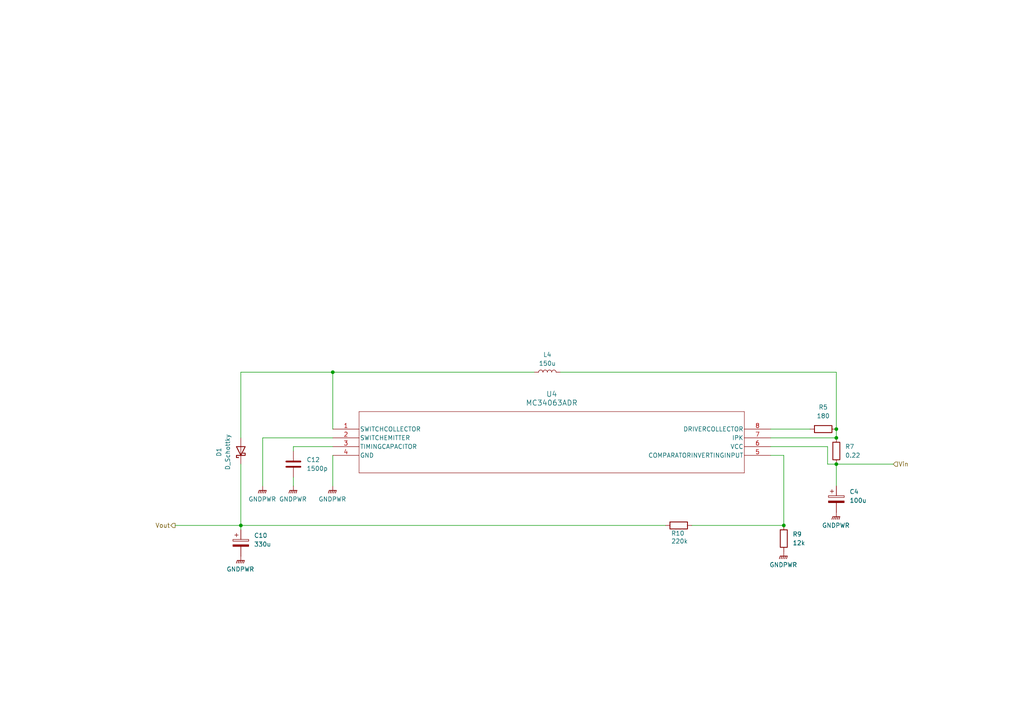
<source format=kicad_sch>
(kicad_sch (version 20231120) (generator "eeschema") (generator_version "8.0")
  (paper "A4")
  (lib_symbols
    (symbol "2024-10-05_17-09-00:MC34063ADR" (pin_names (offset 0.254))
      (property "Reference" "U" (at 63.5 10.16 0))
      (property "Value" "MC34063ADR" (at 63.5 7.62 0))
      (symbol "MC34063ADR_0_1"
        (polyline (pts (xy 7.62 -12.7) (xy 119.38 -12.7)) (stroke (width 0.127)))
        (polyline (pts (xy 7.62 5.08) (xy 7.62 -12.7)) (stroke (width 0.127)))
        (polyline (pts (xy 119.38 -12.7) (xy 119.38 5.08)) (stroke (width 0.127)))
        (polyline (pts (xy 119.38 5.08) (xy 7.62 5.08)) (stroke (width 0.127)))
        (pin unspecified line (at 0 0 0) (length 7.62) (name "SWITCHCOLLECTOR") (number "1"))
        (pin unspecified line (at 0 -2.54 0) (length 7.62) (name "SWITCHEMITTER") (number "2"))
        (pin unspecified line (at 0 -5.08 0) (length 7.62) (name "TIMINGCAPACITOR") (number "3"))
        (pin power_in line (at 0 -7.62 0) (length 7.62) (name "GND") (number "4"))
        (pin unspecified line (at 127 -7.62 180) (length 7.62) (name "COMPARATORINVERTINGINPUT") (number "5"))
        (pin power_in line (at 127 -5.08 180) (length 7.62) (name "VCC") (number "6"))
        (pin unspecified line (at 127 -2.54 180) (length 7.62) (name "IPK") (number "7"))
        (pin unspecified line (at 127 0 180) (length 7.62) (name "DRIVERCOLLECTOR") (number "8"))
      )
    )
    (symbol "Device:C" (pin_numbers hide) (pin_names (offset 0.254))
      (property "Reference" "C" (at 0.635 2.54 0))
      (property "Value" "C" (at 0.635 -2.54 0))
      (symbol "C_0_1"
        (polyline (pts (xy -2.032 -0.762) (xy 2.032 -0.762)) (stroke (width 0.508)))
        (polyline (pts (xy -2.032 0.762) (xy 2.032 0.762)) (stroke (width 0.508)))
      )
      (symbol "C_1_1"
        (pin passive line (at 0 3.81 270) (length 2.794) (name "~") (number "1"))
        (pin passive line (at 0 -3.81 90) (length 2.794) (name "~") (number "2"))
      )
    )
    (symbol "Device:C_Polarized" (pin_numbers hide) (pin_names (offset 0.254))
      (property "Reference" "C" (at 0.635 2.54 0))
      (property "Value" "C_Polarized" (at 0.635 -2.54 0))
      (symbol "C_Polarized_0_1"
        (rectangle (start -2.286 0.508) (end 2.286 1.016))
        (polyline (pts (xy -1.778 2.286) (xy -0.762 2.286)))
        (polyline (pts (xy -1.27 2.794) (xy -1.27 1.778)))
        (rectangle (start 2.286 -0.508) (end -2.286 -1.016) (fill (type outline)))
      )
      (symbol "C_Polarized_1_1"
        (pin passive line (at 0 3.81 270) (length 2.794) (name "~") (number "1"))
        (pin passive line (at 0 -3.81 90) (length 2.794) (name "~") (number "2"))
      )
    )
    (symbol "Device:D_Schottky" (pin_numbers hide) (pin_names (offset 1.016) hide)
      (property "Reference" "D" (at 0 2.54 0))
      (property "Value" "D_Schottky" (at 0 -2.54 0))
      (symbol "D_Schottky_0_1"
        (polyline (pts (xy 1.27 0) (xy -1.27 0)))
        (polyline (pts (xy 1.27 1.27) (xy 1.27 -1.27) (xy -1.27 0) (xy 1.27 1.27)) (stroke (width 0.254)))
        (polyline (pts (xy -1.905 0.635) (xy -1.905 1.27) (xy -1.27 1.27) (xy -1.27 -1.27) (xy -0.635 -1.27) (xy -0.635 -0.635)) (stroke (width 0.254)))
      )
      (symbol "D_Schottky_1_1"
        (pin passive line (at -3.81 0 0) (length 2.54) (name "K") (number "1"))
        (pin passive line (at 3.81 0 180) (length 2.54) (name "A") (number "2"))
      )
    )
    (symbol "Device:L" (pin_numbers hide) (pin_names (offset 1.016) hide)
      (property "Reference" "L" (at -1.27 0 90))
      (property "Value" "L" (at 1.905 0 90))
      (symbol "L_0_1"
        (arc (start 0 -2.54) (mid 0.6323 -1.905) (end 0 -1.27))
        (arc (start 0 -1.27) (mid 0.6323 -0.635) (end 0 0))
        (arc (start 0 0) (mid 0.6323 0.635) (end 0 1.27))
        (arc (start 0 1.27) (mid 0.6323 1.905) (end 0 2.54))
      )
      (symbol "L_1_1"
        (pin passive line (at 0 3.81 270) (length 1.27) (name "1") (number "1"))
        (pin passive line (at 0 -3.81 90) (length 1.27) (name "2") (number "2"))
      )
    )
    (symbol "Device:R" (pin_numbers hide) (pin_names (offset 0))
      (property "Reference" "R" (at 2.032 0 90))
      (property "Value" "R" (at 0 0 90))
      (symbol "R_0_1"
        (rectangle (start -1.016 -2.54) (end 1.016 2.54) (stroke (width 0.254)))
      )
      (symbol "R_1_1"
        (pin passive line (at 0 3.81 270) (length 1.27) (name "~") (number "1"))
        (pin passive line (at 0 -3.81 90) (length 1.27) (name "~") (number "2"))
      )
    )
    (symbol "power:GNDPWR" (power) (pin_numbers hide) (pin_names (offset 0) hide)
      (property "Value" "GNDPWR" (at 0 -3.302 0))
      (symbol "GNDPWR_0_1"
        (polyline (pts (xy 0 -1.27) (xy 0 0)))
        (polyline (pts (xy -1.016 -1.27) (xy -1.27 -2.032) (xy -1.27 -2.032)) (stroke (width 0.2032)))
        (polyline (pts (xy -0.508 -1.27) (xy -0.762 -2.032) (xy -0.762 -2.032)) (stroke (width 0.2032)))
        (polyline (pts (xy 0 -1.27) (xy -0.254 -2.032) (xy -0.254 -2.032)) (stroke (width 0.2032)))
        (polyline (pts (xy 0.508 -1.27) (xy 0.254 -2.032) (xy 0.254 -2.032)) (stroke (width 0.2032)))
        (polyline (pts (xy 1.016 -1.27) (xy -1.016 -1.27) (xy -1.016 -1.27)) (stroke (width 0.2032)))
        (polyline (pts (xy 1.016 -1.27) (xy 0.762 -2.032) (xy 0.762 -2.032) (xy 0.762 -2.032)) (stroke (width 0.2032)))
      )
      (symbol "GNDPWR_1_1"
        (pin power_in line (at 0 0 270) (length 0) (name "~") (number "1"))
      )
    )
  )
  (junction (at 242.57 127))
  (junction (at 69.85 152.4))
  (junction (at 242.57 124.46))
  (junction (at 242.57 134.62))
  (junction (at 227.33 152.4))
  (junction (at 96.52 107.95))
  (wire (pts (xy 240.03 129.54) (xy 240.03 134.62)))
  (wire (pts (xy 69.85 134.62) (xy 69.85 152.4)))
  (wire (pts (xy 85.09 140.97) (xy 85.09 138.43)))
  (wire (pts (xy 69.85 107.95) (xy 96.52 107.95)))
  (wire (pts (xy 96.52 132.08) (xy 96.52 140.97)))
  (wire (pts (xy 223.52 129.54) (xy 240.03 129.54)))
  (wire (pts (xy 223.52 132.08) (xy 227.33 132.08)))
  (wire (pts (xy 50.8 152.4) (xy 69.85 152.4)))
  (wire (pts (xy 242.57 134.62) (xy 259.08 134.62)))
  (wire (pts (xy 69.85 127) (xy 69.85 107.95)))
  (wire (pts (xy 227.33 132.08) (xy 227.33 152.4)))
  (wire (pts (xy 200.66 152.4) (xy 227.33 152.4)))
  (wire (pts (xy 69.85 152.4) (xy 193.04 152.4)))
  (wire (pts (xy 76.2 140.97) (xy 76.2 127)))
  (wire (pts (xy 240.03 134.62) (xy 242.57 134.62)))
  (wire (pts (xy 96.52 124.46) (xy 96.52 107.95)))
  (wire (pts (xy 162.56 107.95) (xy 242.57 107.95)))
  (wire (pts (xy 242.57 127) (xy 242.57 124.46)))
  (wire (pts (xy 223.52 127) (xy 242.57 127)))
  (wire (pts (xy 96.52 107.95) (xy 154.94 107.95)))
  (wire (pts (xy 69.85 153.67) (xy 69.85 152.4)))
  (wire (pts (xy 76.2 127) (xy 96.52 127)))
  (wire (pts (xy 242.57 134.62) (xy 242.57 140.97)))
  (wire (pts (xy 85.09 130.81) (xy 85.09 129.54)))
  (wire (pts (xy 234.95 124.46) (xy 223.52 124.46)))
  (wire (pts (xy 242.57 107.95) (xy 242.57 124.46)))
  (wire (pts (xy 85.09 129.54) (xy 96.52 129.54)))
  (hierarchical_label "Vin" (shape input) (at 259.08 134.62 0))
  (hierarchical_label "Vout" (shape output) (at 50.8 152.4 180))
  (symbol (lib_id "Device:R") (at 242.57 130.81 0) (unit 1)
    (property "Reference" "R7" (at 245.11 129.5399 0) (effects (justify left)))
    (property "Value" "0.22" (at 245.11 132.0799 0) (effects (justify left)))
    (property "Footprint" "Resistor_SMD:R_0201_0603Metric_Pad0.64x0.40mm_HandSolder" (effects (hide yes)))
    (property "Description" "Resistor" (effects (hide yes)))
  )
  (symbol (lib_id "Device:R") (at 196.85 152.4 90) (unit 1)
    (property "Reference" "R10" (at 196.596 154.686 90))
    (property "Value" "220k" (at 197.104 156.972 90))
    (property "Footprint" "Resistor_SMD:R_0201_0603Metric_Pad0.64x0.40mm_HandSolder" (effects (hide yes)))
    (property "Description" "Resistor" (effects (hide yes)))
  )
  (symbol (lib_id "power:GNDPWR") (at 96.52 140.97 0) (unit 1)
    (property "Reference" "#PWR028" (effects (hide yes)))
    (property "Value" "GNDPWR" (at 96.393 144.78 0))
    (property "Description" "Power symbol creates a global label with name \"GNDPWR\" , global ground" (effects (hide yes)))
  )
  (symbol (lib_id "power:GNDPWR") (at 69.85 161.29 0) (unit 1)
    (property "Reference" "#PWR025" (effects (hide yes)))
    (property "Value" "GNDPWR" (at 69.723 165.1 0))
    (property "Description" "Power symbol creates a global label with name \"GNDPWR\" , global ground" (effects (hide yes)))
  )
  (symbol (lib_id "Device:C_Polarized") (at 242.57 144.78 0) (unit 1)
    (property "Reference" "C4" (at 246.38 142.6209 0) (effects (justify left)))
    (property "Value" "100u" (at 246.38 145.1609 0) (effects (justify left)))
    (property "Footprint" "Capacitor_SMD:C_Elec_6.3x7.7" (effects (hide yes)))
    (property "Description" "Polarized capacitor" (effects (hide yes)))
  )
  (symbol (lib_id "Device:R") (at 238.76 124.46 90) (unit 1)
    (property "Reference" "R5" (at 238.76 118.11 90))
    (property "Value" "180" (at 238.76 120.65 90))
    (property "Footprint" "Resistor_SMD:R_0201_0603Metric_Pad0.64x0.40mm_HandSolder" (effects (hide yes)))
    (property "Description" "Resistor" (effects (hide yes)))
  )
  (symbol (lib_id "Device:L") (at 158.75 107.95 90) (unit 1)
    (property "Reference" "L4" (at 158.75 102.87 90))
    (property "Value" "150u" (at 158.75 105.41 90))
    (property "Footprint" "Inductor_SMD:L_Bourns_SRR1208_12.7x12.7mm" (effects (hide yes)))
    (property "Description" "Inductor" (effects (hide yes)))
  )
  (symbol (lib_id "power:GNDPWR") (at 76.2 140.97 0) (unit 1)
    (property "Reference" "#PWR026" (effects (hide yes)))
    (property "Value" "GNDPWR" (at 76.073 144.78 0))
    (property "Description" "Power symbol creates a global label with name \"GNDPWR\" , global ground" (effects (hide yes)))
  )
  (symbol (lib_id "Device:C") (at 85.09 134.62 0) (unit 1)
    (property "Reference" "C12" (at 88.9 133.3499 0) (effects (justify left)))
    (property "Value" "1500p" (at 88.9 135.8899 0) (effects (justify left)))
    (property "Footprint" "Capacitor_SMD:C_0603_1608Metric_Pad1.08x0.95mm_HandSolder" (effects (hide yes)))
    (property "Description" "Unpolarized capacitor" (effects (hide yes)))
  )
  (symbol (lib_id "power:GNDPWR") (at 227.33 160.02 0) (unit 1)
    (property "Reference" "#PWR020" (effects (hide yes)))
    (property "Value" "GNDPWR" (at 227.203 163.83 0))
    (property "Description" "Power symbol creates a global label with name \"GNDPWR\" , global ground" (effects (hide yes)))
  )
  (symbol (lib_id "Device:R") (at 227.33 156.21 0) (unit 1)
    (property "Reference" "R9" (at 229.87 154.9399 0) (effects (justify left)))
    (property "Value" "12k" (at 229.87 157.4799 0) (effects (justify left)))
    (property "Footprint" "Resistor_SMD:R_0201_0603Metric_Pad0.64x0.40mm_HandSolder" (effects (hide yes)))
    (property "Description" "Resistor" (effects (hide yes)))
  )
  (symbol (lib_id "power:GNDPWR") (at 85.09 140.97 0) (unit 1)
    (property "Reference" "#PWR027" (effects (hide yes)))
    (property "Value" "GNDPWR" (at 84.963 144.78 0))
    (property "Description" "Power symbol creates a global label with name \"GNDPWR\" , global ground" (effects (hide yes)))
  )
  (symbol (lib_id "power:GNDPWR") (at 242.57 148.59 0) (unit 1)
    (property "Reference" "#PWR011" (effects (hide yes)))
    (property "Value" "GNDPWR" (at 242.443 152.4 0))
    (property "Description" "Power symbol creates a global label with name \"GNDPWR\" , global ground" (effects (hide yes)))
  )
  (symbol (lib_id "Device:C_Polarized") (at 69.85 157.48 0) (unit 1)
    (property "Reference" "C10" (at 73.66 155.3209 0) (effects (justify left)))
    (property "Value" "330u" (at 73.66 157.8609 0) (effects (justify left)))
    (property "Footprint" "Capacitor_SMD:C_Elec_10x10.2" (effects (hide yes)))
    (property "Description" "Polarized capacitor" (effects (hide yes)))
  )
  (symbol (lib_id "Device:D_Schottky") (at 69.85 130.81 90) (unit 1)
    (property "Reference" "D1" (at 63.5 131.1275 0))
    (property "Value" "D_Schottky" (at 66.04 131.1275 0))
    (property "Footprint" "Diode_SMD:D_SOD-123F" (effects (hide yes)))
    (property "Description" "Schottky diode" (effects (hide yes)))
  )
  (symbol (lib_id "2024-10-05_17-09-00:MC34063ADR") (at 96.52 124.46 0) (unit 1)
    (property "Reference" "U4" (at 160.02 114.3 0) (effects (font (size 1.524 1.524))))
    (property "Value" "MC34063ADR" (at 160.02 116.84 0) (effects (font (size 1.524 1.524))))
    (property "Footprint" "Package_SO:SOIC-8_3.9x4.9mm_P1.27mm" (effects (hide yes)))
    (property "Datasheet" "MC34063ADR" (effects (hide yes)))
  )
)
</source>
